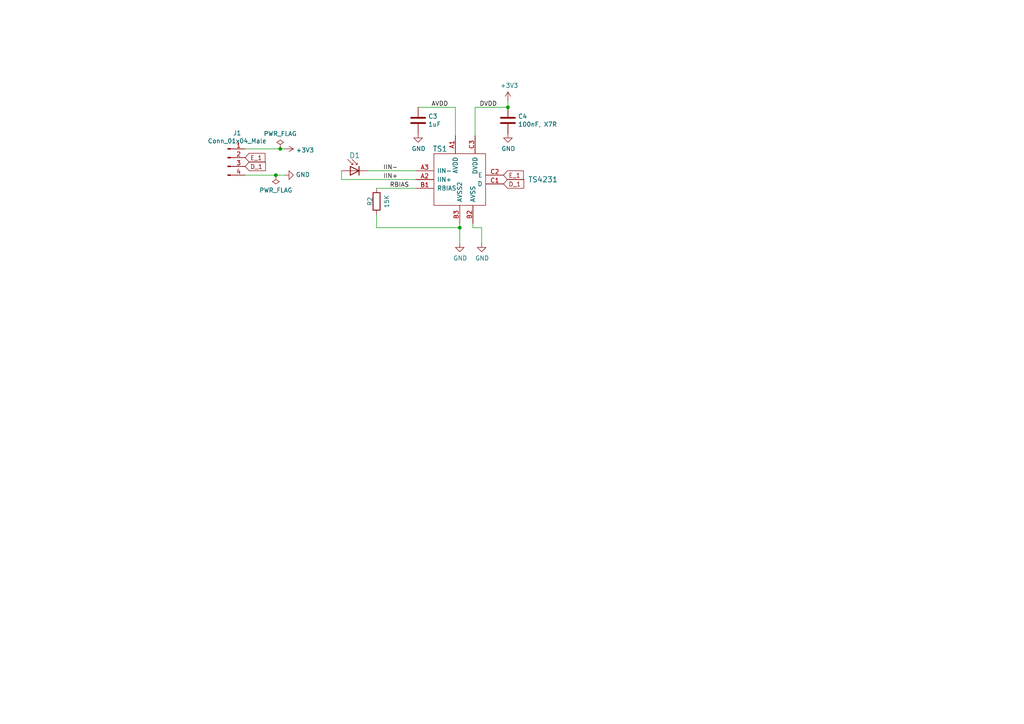
<source format=kicad_sch>
(kicad_sch (version 20231120) (generator "eeschema") (generator_version "8.0")
  (paper "A4")
  (lib_symbols
    (symbol "Device:C" (pin_numbers hide) (pin_names (offset 0.254))
      (property "Reference" "C" (at 0.635 2.54 0))
      (property "Value" "C" (at 0.635 -2.54 0))
      (symbol "C_0_1"
        (polyline (pts (xy -2.032 -0.762) (xy 2.032 -0.762)) (stroke (width 0.508)))
        (polyline (pts (xy -2.032 0.762) (xy 2.032 0.762)) (stroke (width 0.508)))
      )
      (symbol "C_1_1"
        (pin passive line (at 0 3.81 270) (length 2.794) (name "~") (number "1"))
        (pin passive line (at 0 -3.81 90) (length 2.794) (name "~") (number "2"))
      )
    )
    (symbol "Device:R" (pin_numbers hide) (pin_names (offset 0))
      (property "Reference" "R" (at 2.032 0 90))
      (property "Value" "R" (at 0 0 90))
      (symbol "R_0_1"
        (rectangle (start -1.016 -2.54) (end 1.016 2.54) (stroke (width 0.254)))
      )
      (symbol "R_1_1"
        (pin passive line (at 0 3.81 270) (length 1.27) (name "~") (number "1"))
        (pin passive line (at 0 -3.81 90) (length 1.27) (name "~") (number "2"))
      )
    )
    (symbol "TS4321:TS4231" (pin_names (offset 1.016))
      (property "Reference" "TS1" (at -5.715 8.89 0))
      (property "Value" "TS4231" (at 24.13 0 0))
      (symbol "TS4231_0_1"
        (rectangle (start -7.493 7.493) (end 7.493 -7.493))
      )
      (symbol "TS4231_1_1"
        (pin power_out line (at -1.27 12.7 270) (length 5.08) (name "AVDD") (number "A1"))
        (pin input line (at -12.7 0 0) (length 5.08) (name "IIN+") (number "A2"))
        (pin input line (at -12.7 2.54 0) (length 5.08) (name "IIN-") (number "A3"))
        (pin input line (at -12.7 -2.54 0) (length 5.08) (name "RBIAS") (number "B1"))
        (pin power_in line (at 3.81 -12.7 90) (length 5.08) (name "AVSS") (number "B2"))
        (pin power_in line (at 0 -12.7 90) (length 5.08) (name "AVSS2") (number "B3"))
        (pin bidirectional line (at 12.7 -1.27 180) (length 5.08) (name "D") (number "C1"))
        (pin bidirectional line (at 12.7 1.27 180) (length 5.08) (name "E") (number "C2"))
        (pin power_in line (at 4.445 12.7 270) (length 5.08) (name "DVDD") (number "C3"))
      )
    )
    (symbol "VEMD10940FX01:VEMD10940F" (pin_numbers hide) (pin_names hide)
      (property "Reference" "D13" (at 1.27 4.445 0))
      (symbol "VEMD10940F_0_1"
        (polyline (pts (xy -2.54 1.27) (xy -2.54 -1.27)) (stroke (width 0.254)))
        (polyline (pts (xy -2.032 1.778) (xy -1.524 1.778)))
        (polyline (pts (xy 0 0) (xy -2.54 0)))
        (polyline (pts (xy -0.508 3.302) (xy -2.032 1.778) (xy -2.032 2.286)))
        (polyline (pts (xy 0 -1.27) (xy 0 1.27) (xy -2.54 0) (xy 0 -1.27)) (stroke (width 0.254)))
        (polyline (pts (xy 0.762 3.302) (xy -0.762 1.778) (xy -0.762 2.286) (xy -0.762 1.778) (xy -0.254 1.778)))
      )
      (symbol "VEMD10940F_1_1"
        (pin passive line (at -5.08 0 0) (length 2.54) (name "K") (number "1"))
        (pin passive line (at 2.54 0 180) (length 2.54) (name "A") (number "2"))
      )
    )
    (symbol "pcbTS4231-rescue:+3.3V-power" (power) (pin_names (offset 0))
      (property "Value" "power_+3.3V" (at 0 3.556 0))
      (symbol "+3.3V-power_0_1"
        (polyline (pts (xy -0.762 1.27) (xy 0 2.54)))
        (polyline (pts (xy 0 0) (xy 0 2.54)))
        (polyline (pts (xy 0 2.54) (xy 0.762 1.27)))
      )
      (symbol "+3.3V-power_1_1"
        (pin power_in line (at 0 0 90) (length 0) hide (name "+3V3") (number "1"))
      )
    )
    (symbol "pcbTS4231-rescue:Conn_01x04_Male-Connector" (pin_names (offset 1.016) hide)
      (property "Reference" "J" (at 0 5.08 0))
      (property "Value" "Connector_Conn_01x04_Male" (at 0 -7.62 0))
      (symbol "Conn_01x04_Male-Connector_1_1"
        (polyline (pts (xy 1.27 -5.08) (xy 0.8636 -5.08)) (stroke (width 0.1524)))
        (polyline (pts (xy 1.27 -2.54) (xy 0.8636 -2.54)) (stroke (width 0.1524)))
        (polyline (pts (xy 1.27 0) (xy 0.8636 0)) (stroke (width 0.1524)))
        (polyline (pts (xy 1.27 2.54) (xy 0.8636 2.54)) (stroke (width 0.1524)))
        (rectangle (start 0.8636 -4.953) (end 0 -5.207) (stroke (width 0.1524)) (fill (type outline)))
        (rectangle (start 0.8636 -2.413) (end 0 -2.667) (stroke (width 0.1524)) (fill (type outline)))
        (rectangle (start 0.8636 0.127) (end 0 -0.127) (stroke (width 0.1524)) (fill (type outline)))
        (rectangle (start 0.8636 2.667) (end 0 2.413) (stroke (width 0.1524)) (fill (type outline)))
        (pin passive line (at 5.08 2.54 180) (length 3.81) (name "Pin_1") (number "1"))
        (pin passive line (at 5.08 0 180) (length 3.81) (name "Pin_2") (number "2"))
        (pin passive line (at 5.08 -2.54 180) (length 3.81) (name "Pin_3") (number "3"))
        (pin passive line (at 5.08 -5.08 180) (length 3.81) (name "Pin_4") (number "4"))
      )
    )
    (symbol "pcbTS4231-rescue:GND-power" (power) (pin_names (offset 0))
      (property "Value" "power_GND" (at 0 -3.81 0))
      (symbol "GND-power_0_1"
        (polyline (pts (xy 0 0) (xy 0 -1.27) (xy 1.27 -1.27) (xy 0 -2.54) (xy -1.27 -1.27) (xy 0 -1.27)))
      )
      (symbol "GND-power_1_1"
        (pin power_in line (at 0 0 270) (length 0) hide (name "GND") (number "1"))
      )
    )
    (symbol "pcbTS4231-rescue:PWR_FLAG-power" (power) (pin_numbers hide) (pin_names (offset 0) hide)
      (property "Value" "power_PWR_FLAG" (at 0 3.81 0))
      (symbol "PWR_FLAG-power_0_0"
        (pin power_out line (at 0 0 90) (length 0) (name "pwr") (number "1"))
      )
      (symbol "PWR_FLAG-power_0_1"
        (polyline (pts (xy 0 0) (xy 0 1.27) (xy -1.016 1.905) (xy 0 2.54) (xy 1.016 1.905) (xy 0 1.27)))
      )
    )
    (symbol "power:+3V3" (power) (pin_names (offset 0))
      (property "Value" "power_+3V3" (at 0 3.556 0))
      (symbol "+3V3_0_1"
        (polyline (pts (xy -0.762 1.27) (xy 0 2.54)))
        (polyline (pts (xy 0 0) (xy 0 2.54)))
        (polyline (pts (xy 0 2.54) (xy 0.762 1.27)))
      )
      (symbol "+3V3_1_1"
        (pin power_in line (at 0 0 90) (length 0) hide (name "+3V3") (number "1"))
      )
    )
    (symbol "power:GND" (power) (pin_names (offset 0))
      (property "Value" "power_GND" (at 0 -3.81 0))
      (symbol "GND_0_1"
        (polyline (pts (xy 0 0) (xy 0 -1.27) (xy 1.27 -1.27) (xy 0 -2.54) (xy -1.27 -1.27) (xy 0 -1.27)))
      )
      (symbol "GND_1_1"
        (pin power_in line (at 0 0 270) (length 0) hide (name "GND") (number "1"))
      )
    )
  )
  (junction (at 133.35 66.04))
  (junction (at 147.32 31.115))
  (junction (at 81.28 43.18))
  (junction (at 80.01 50.8))
  (wire (pts (xy 106.68 49.53) (xy 120.65 49.53)))
  (wire (pts (xy 147.32 29.21) (xy 147.32 31.115)))
  (wire (pts (xy 132.08 31.115) (xy 132.08 39.37)))
  (wire (pts (xy 99.06 52.07) (xy 99.06 49.53)))
  (wire (pts (xy 109.22 62.23) (xy 109.22 66.04)))
  (wire (pts (xy 99.06 52.07) (xy 120.65 52.07)))
  (wire (pts (xy 133.35 70.485) (xy 133.35 66.04)))
  (wire (pts (xy 137.16 64.77) (xy 137.16 66.04)))
  (wire (pts (xy 80.01 50.8) (xy 82.55 50.8)))
  (wire (pts (xy 133.35 66.04) (xy 133.35 64.77)))
  (wire (pts (xy 82.55 43.18) (xy 81.28 43.18)))
  (wire (pts (xy 109.22 54.61) (xy 120.65 54.61)))
  (wire (pts (xy 137.795 31.115) (xy 147.32 31.115)))
  (wire (pts (xy 137.16 66.04) (xy 139.7 66.04)))
  (wire (pts (xy 71.12 43.18) (xy 81.28 43.18)))
  (wire (pts (xy 139.7 66.04) (xy 139.7 70.485)))
  (wire (pts (xy 109.22 66.04) (xy 133.35 66.04)))
  (wire (pts (xy 71.12 50.8) (xy 80.01 50.8)))
  (wire (pts (xy 121.285 31.115) (xy 132.08 31.115)))
  (wire (pts (xy 137.795 39.37) (xy 137.795 31.115)))
  (label "AVDD" (at 125.095 31.115 0))
  (label "RBIAS" (at 113.03 54.61 0))
  (label "IIN-" (at 111.125 49.53 0))
  (label "IIN+" (at 111.125 52.07 0))
  (label "DVDD" (at 139.065 31.115 0))
  (global_label "E_1" (shape input) (at 146.05 50.8 0) (property "Intersheetrefs" "${INTERSHEET_REFS}" (effects (hide yes))))
  (global_label "E_1" (shape input) (at 71.12 45.72 0) (property "Intersheetrefs" "${INTERSHEET_REFS}" (effects (hide yes))))
  (global_label "D_1" (shape input) (at 71.12 48.26 0) (property "Intersheetrefs" "${INTERSHEET_REFS}" (effects (hide yes))))
  (global_label "D_1" (shape input) (at 146.05 53.34 0) (property "Intersheetrefs" "${INTERSHEET_REFS}" (effects (hide yes))))
  (symbol (lib_id "pcbTS4231-rescue:+3.3V-power") (at 82.55 43.18 270) (unit 1)
    (property "Reference" "#PWR0101" (effects (hide yes)))
    (property "Value" "+3V3" (at 85.8012 43.561 90) (effects (justify left)))
  )
  (symbol (lib_id "pcbTS4231-rescue:GND-power") (at 82.55 50.8 90) (unit 1)
    (property "Reference" "#PWR0107" (effects (hide yes)))
    (property "Value" "GND" (at 85.8012 50.673 90) (effects (justify right)))
  )
  (symbol (lib_id "pcbTS4231-rescue:PWR_FLAG-power") (at 80.01 50.8 180) (unit 1)
    (property "Reference" "#FLG0101" (effects (hide yes)))
    (property "Value" "PWR_FLAG" (at 80.01 55.1942 0))
  )
  (symbol (lib_id "pcbTS4231-rescue:PWR_FLAG-power") (at 81.28 43.18 0) (unit 1)
    (property "Reference" "#FLG0102" (effects (hide yes)))
    (property "Value" "PWR_FLAG" (at 81.28 38.7858 0))
  )
  (symbol (lib_id "pcbTS4231-rescue:Conn_01x04_Male-Connector") (at 66.04 45.72 0) (unit 1)
    (property "Reference" "J1" (at 68.7832 38.5826 0))
    (property "Value" "Conn_01x04_Male" (at 68.7832 40.894 0))
    (property "Footprint" "Connector_PinHeader_2.54mm:PinHeader_1x04_P2.54mm_Vertical" (effects (hide yes)))
  )
  (symbol (lib_id "power:GND") (at 121.285 38.735 0) (unit 1)
    (property "Reference" "#PWR02" (effects (hide yes)))
    (property "Value" "GND" (at 121.412 43.1292 0))
  )
  (symbol (lib_id "power:+3V3") (at 147.32 29.21 0) (unit 1)
    (property "Reference" "#PWR01" (effects (hide yes)))
    (property "Value" "+3V3" (at 147.701 24.8158 0))
  )
  (symbol (lib_id "power:GND") (at 147.32 38.735 0) (unit 1)
    (property "Reference" "#PWR03" (effects (hide yes)))
    (property "Value" "GND" (at 147.447 43.1292 0))
  )
  (symbol (lib_id "Device:C") (at 147.32 34.925 0) (unit 1)
    (property "Reference" "C4" (at 150.241 33.7566 0) (effects (justify left)))
    (property "Value" "100nF, X7R" (at 150.241 36.068 0) (effects (justify left)))
    (property "Footprint" "Capacitor_SMD:C_0603_1608Metric" (effects (hide yes)))
  )
  (symbol (lib_id "power:GND") (at 139.7 70.485 0) (unit 1)
    (property "Reference" "#PWR05" (effects (hide yes)))
    (property "Value" "GND" (at 139.827 74.8792 0))
  )
  (symbol (lib_id "Device:C") (at 121.285 34.925 0) (unit 1)
    (property "Reference" "C3" (at 124.206 33.7566 0) (effects (justify left)))
    (property "Value" "1uF" (at 124.206 36.068 0) (effects (justify left)))
    (property "Footprint" "Capacitor_SMD:C_0603_1608Metric" (effects (hide yes)))
  )
  (symbol (lib_id "VEMD10940FX01:VEMD10940F") (at 101.6 49.53 0) (mirror y) (unit 1)
    (property "Reference" "D1" (at 102.87 45.085 0) (effects (font (size 1.524 1.524))))
    (property "Value" "VEMD10940F" (effects (hide yes)))
    (property "Footprint" "Footprints:VEMD10940FX01" (effects (hide yes)))
    (property "Datasheet" "https://www.vishay.com/docs/84171/vemd10940f.pdf" (effects (hide yes)))
    (property "Description" "SENSOR PHOTODIODE 940NM" (effects (hide yes)))
    (property "Manufacturer" "Vishay" (effects (hide yes)))
    (property "MPN" "VEMD10940F" (effects (hide yes)))
  )
  (symbol (lib_id "Device:R") (at 109.22 58.42 180) (unit 1)
    (property "Reference" "R2" (at 107.315 58.42 90))
    (property "Value" "15K" (at 112.1664 58.42 90))
    (property "Footprint" "Resistor_SMD:R_0603_1608Metric" (effects (hide yes)))
    (property "Type" "1%" (effects (hide yes)))
  )
  (symbol (lib_id "power:GND") (at 133.35 70.485 0) (unit 1)
    (property "Reference" "#PWR04" (effects (hide yes)))
    (property "Value" "GND" (at 133.477 74.8792 0))
  )
  (symbol (lib_id "TS4321:TS4231") (at 133.35 52.07 0) (unit 1)
    (property "Reference" "TS1" (at 127.635 43.18 0) (effects (font (size 1.524 1.524))))
    (property "Value" "TS4231" (at 157.48 52.07 0) (effects (font (size 1.524 1.524))))
    (property "Footprint" "Package_BGA:BGA-9_1.6x1.6mm_Layout3x3_P0.5mm" (effects (hide yes)))
    (property "Datasheet" "https://www.triadsemi.com/wp-content/uploads/2019/09/TS4231-Datasheet.pdf" (effects (hide yes)))
    (property "Manufacturer" "Triad Semiconductor" (effects (hide yes)))
  )
)
</source>
